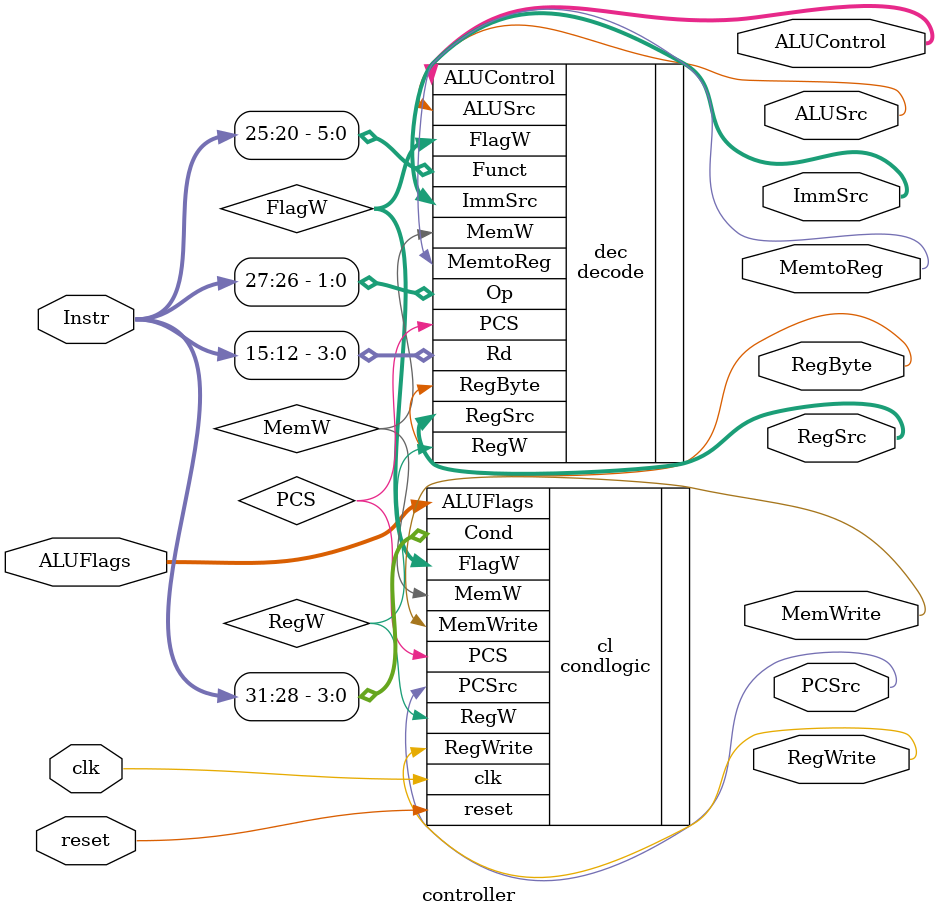
<source format=v>
`include "decode.v"
`include "condlogic.v"
module controller (
	clk,
	reset,
	Instr,
	ALUFlags,
	RegSrc,
	RegWrite,
	ImmSrc,
	ALUSrc,
	ALUControl,
	MemWrite,
	MemtoReg,
	PCSrc,
	RegByte
);
	input wire clk;
	input wire reset;
	input wire [31:12] Instr;
	input wire [3:0] ALUFlags;
	output wire [1:0] RegSrc;
	output wire RegWrite;
	output wire [1:0] ImmSrc;
	output wire ALUSrc;
	output wire [2:0] ALUControl;
	output wire MemWrite;
	output wire MemtoReg;
	output wire PCSrc;
	output wire RegByte;
	wire [1:0] FlagW;
	wire PCS;
	wire RegW;
	wire MemW;
	decode dec(
		.Op(Instr[27:26]),
		.Funct(Instr[25:20]),
		.Rd(Instr[15:12]),
		.FlagW(FlagW),
		.PCS(PCS),
		.RegW(RegW),
		.MemW(MemW),
		.MemtoReg(MemtoReg),
		.ALUSrc(ALUSrc),
		.ImmSrc(ImmSrc),
		.RegSrc(RegSrc),
		.ALUControl(ALUControl),
		.RegByte(RegByte)
	);
	condlogic cl(
		.clk(clk),
		.reset(reset),
		.Cond(Instr[31:28]),
		.ALUFlags(ALUFlags),
		.FlagW(FlagW),
		.PCS(PCS),
		.RegW(RegW),
		.MemW(MemW),
		.PCSrc(PCSrc),
		.RegWrite(RegWrite),
		.MemWrite(MemWrite)
	);
endmodule
</source>
